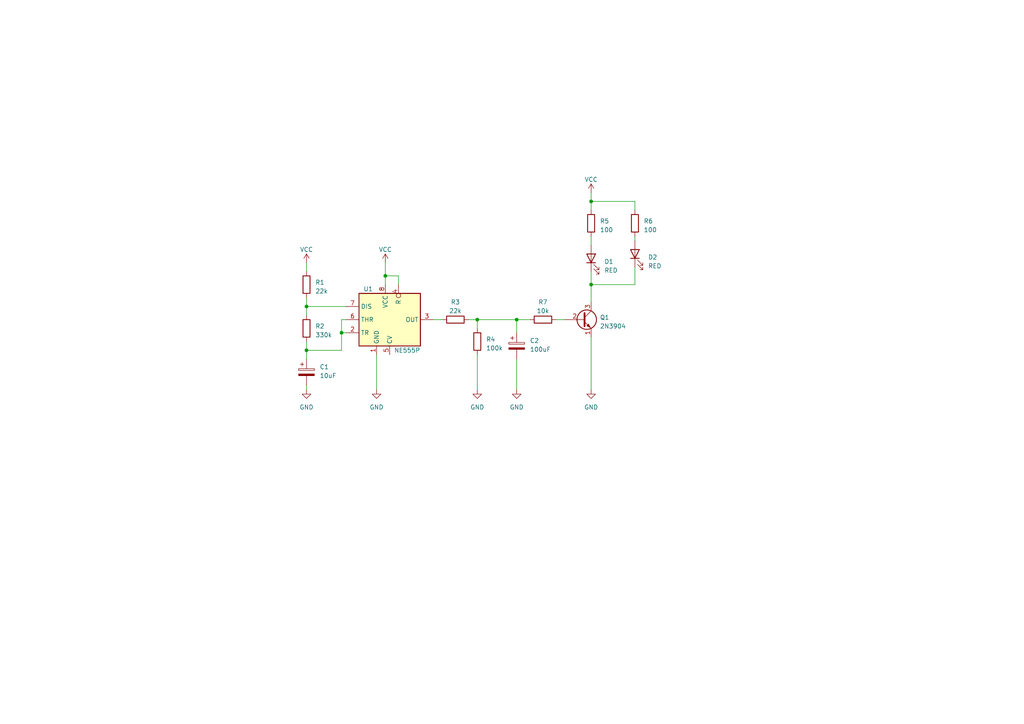
<source format=kicad_sch>
(kicad_sch (version 20230121) (generator eeschema)
  (paper "A4")
  (title_block (title "Project by digiKey") (date "2023-06-13") (rev "V1") (comment 2 "creativecommons.org/licenses/by/4.0/") (comment 3 "License: CC by 4.0") (comment 4 "Author: Felipe Machado"))
  (lib_symbols
    (symbol "Device:C_Polarized" (pin_numbers hide) (pin_names (offset 0.254))
      (property "Reference" "C" (at 0.635 2.54 0))
      (property "Value" "C_Polarized" (at 0.635 -2.54 0))
      (symbol "C_Polarized_0_1"
        (rectangle (start -2.286 0.508) (end 2.286 1.016))
        (polyline (pts (xy -1.778 2.286) (xy -0.762 2.286)))
        (polyline (pts (xy -1.27 2.794) (xy -1.27 1.778)))
        (rectangle (start 2.286 -0.508) (end -2.286 -1.016) (fill (type outline)))
      )
      (symbol "C_Polarized_1_1"
        (pin passive line (at 0 3.81 270) (length 2.794) (name "~") (number "1"))
        (pin passive line (at 0 -3.81 90) (length 2.794) (name "~") (number "2"))
      )
    )
    (symbol "Device:LED" (pin_numbers hide) (pin_names (offset 1.016) hide)
      (property "Reference" "D" (at 0 2.54 0))
      (property "Value" "LED" (at 0 -2.54 0))
      (symbol "LED_0_1"
        (polyline (pts (xy -1.27 -1.27) (xy -1.27 1.27)) (stroke (width 0.254)))
        (polyline (pts (xy -1.27 0) (xy 1.27 0)))
        (polyline (pts (xy 1.27 -1.27) (xy 1.27 1.27) (xy -1.27 0) (xy 1.27 -1.27)) (stroke (width 0.254)))
        (polyline (pts (xy -3.048 -0.762) (xy -4.572 -2.286) (xy -3.81 -2.286) (xy -4.572 -2.286) (xy -4.572 -1.524)))
        (polyline (pts (xy -1.778 -0.762) (xy -3.302 -2.286) (xy -2.54 -2.286) (xy -3.302 -2.286) (xy -3.302 -1.524)))
      )
      (symbol "LED_1_1"
        (pin passive line (at -3.81 0 0) (length 2.54) (name "K") (number "1"))
        (pin passive line (at 3.81 0 180) (length 2.54) (name "A") (number "2"))
      )
    )
    (symbol "Device:R" (pin_numbers hide) (pin_names (offset 0))
      (property "Reference" "R" (at 2.032 0 90))
      (property "Value" "R" (at 0 0 90))
      (symbol "R_0_1"
        (rectangle (start -1.016 -2.54) (end 1.016 2.54) (stroke (width 0.254)))
      )
      (symbol "R_1_1"
        (pin passive line (at 0 3.81 270) (length 1.27) (name "~") (number "1"))
        (pin passive line (at 0 -3.81 90) (length 1.27) (name "~") (number "2"))
      )
    )
    (symbol "Timer:NE555P"
      (property "Reference" "U1" (at -7.62 8.89 0))
      (property "Value" "NE555P" (at 1.27 -8.89 0))
      (symbol "NE555P_0_0"
        (pin power_in line (at -1.27 10.16 270) (length 2.54) (name "VCC") (number "8"))
      )
      (symbol "NE555P_0_1"
        (rectangle (start -8.89 -7.62) (end 8.89 7.62) (stroke (width 0.254)) (fill (type background)))
        (rectangle (start -8.89 7.62) (end 8.89 -7.62) (stroke (width 0.254)) (fill (type background)))
      )
      (symbol "NE555P_1_0"
        (pin power_in line (at -3.81 -10.16 90) (length 2.54) (name "GND") (number "1"))
      )
      (symbol "NE555P_1_1"
        (pin input line (at -12.7 -3.81 0) (length 3.81) (name "TR") (number "2"))
        (pin output line (at 12.7 0 180) (length 3.81) (name "OUT") (number "3"))
        (pin input inverted (at 2.54 10.16 270) (length 3.81) (name "R") (number "4"))
        (pin input line (at 0 -10.16 90) (length 2.54) (name "CV") (number "5"))
        (pin input line (at -12.7 0 0) (length 3.81) (name "THR") (number "6"))
        (pin input line (at -12.7 3.81 0) (length 3.81) (name "DIS") (number "7"))
      )
    )
    (symbol "Transistor_BJT:2N3904" (pin_names (offset 0) hide)
      (property "Reference" "Q" (at 5.08 1.905 0))
      (property "Value" "2N3904" (at 5.08 0 0))
      (symbol "2N3904_0_1"
        (polyline (pts (xy 0.635 0.635) (xy 2.54 2.54)))
        (polyline (pts (xy 0.635 -0.635) (xy 2.54 -2.54) (xy 2.54 -2.54)))
        (polyline (pts (xy 0.635 1.905) (xy 0.635 -1.905) (xy 0.635 -1.905)) (stroke (width 0.508)))
        (polyline (pts (xy 1.27 -1.778) (xy 1.778 -1.27) (xy 2.286 -2.286) (xy 1.27 -1.778) (xy 1.27 -1.778)) (fill (type outline)))
        (circle (center 1.27 0) (radius 2.8194) (stroke (width 0.254)))
      )
      (symbol "2N3904_1_1"
        (pin passive line (at 2.54 -5.08 90) (length 2.54) (name "E") (number "1"))
        (pin passive line (at -5.08 0 0) (length 5.715) (name "B") (number "2"))
        (pin passive line (at 2.54 5.08 270) (length 2.54) (name "C") (number "3"))
      )
    )
    (symbol "power:GND" (power) (pin_names (offset 0))
      (property "Value" "GND" (at 0 -3.81 0))
      (symbol "GND_0_1"
        (polyline (pts (xy 0 0) (xy 0 -1.27) (xy 1.27 -1.27) (xy 0 -2.54) (xy -1.27 -1.27) (xy 0 -1.27)))
      )
      (symbol "GND_1_1"
        (pin power_in line (at 0 0 270) (length 0) hide (name "GND") (number "1"))
      )
    )
    (symbol "power:VCC" (power) (pin_names (offset 0))
      (property "Value" "VCC" (at 0 3.81 0))
      (symbol "VCC_0_1"
        (polyline (pts (xy -0.762 1.27) (xy 0 2.54)))
        (polyline (pts (xy 0 0) (xy 0 2.54)))
        (polyline (pts (xy 0 2.54) (xy 0.762 1.27)))
      )
      (symbol "VCC_1_1"
        (pin power_in line (at 0 0 90) (length 0) hide (name "VCC") (number "1"))
      )
    )
  )
  (junction (at 171.45 58.42))
  (junction (at 138.43 92.71))
  (junction (at 88.9 88.9))
  (junction (at 149.86 92.71))
  (junction (at 111.76 80.01))
  (junction (at 99.06 96.52))
  (junction (at 171.45 82.55))
  (junction (at 88.9 101.6))
  (wire (pts (xy 138.43 95.25) (xy 138.43 92.71)))
  (wire (pts (xy 171.45 71.12) (xy 171.45 68.58)))
  (wire (pts (xy 171.45 58.42) (xy 171.45 60.96)))
  (wire (pts (xy 115.57 80.01) (xy 115.57 82.55)))
  (wire (pts (xy 111.76 80.01) (xy 111.76 82.55)))
  (wire (pts (xy 99.06 96.52) (xy 99.06 101.6)))
  (wire (pts (xy 138.43 102.87) (xy 138.43 113.03)))
  (wire (pts (xy 171.45 58.42) (xy 184.15 58.42)))
  (wire (pts (xy 111.76 76.2) (xy 111.76 80.01)))
  (wire (pts (xy 88.9 76.2) (xy 88.9 78.74)))
  (wire (pts (xy 171.45 82.55) (xy 171.45 87.63)))
  (wire (pts (xy 149.86 96.52) (xy 149.86 92.71)))
  (wire (pts (xy 99.06 96.52) (xy 100.33 96.52)))
  (wire (pts (xy 171.45 55.88) (xy 171.45 58.42)))
  (wire (pts (xy 184.15 82.55) (xy 171.45 82.55)))
  (wire (pts (xy 149.86 92.71) (xy 153.67 92.71)))
  (wire (pts (xy 88.9 86.36) (xy 88.9 88.9)))
  (wire (pts (xy 138.43 92.71) (xy 135.89 92.71)))
  (wire (pts (xy 171.45 82.55) (xy 171.45 78.74)))
  (wire (pts (xy 138.43 92.71) (xy 149.86 92.71)))
  (wire (pts (xy 128.27 92.71) (xy 125.73 92.71)))
  (wire (pts (xy 109.22 113.03) (xy 109.22 102.87)))
  (wire (pts (xy 184.15 77.47) (xy 184.15 82.55)))
  (wire (pts (xy 184.15 69.85) (xy 184.15 68.58)))
  (wire (pts (xy 88.9 99.06) (xy 88.9 101.6)))
  (wire (pts (xy 88.9 113.03) (xy 88.9 111.76)))
  (wire (pts (xy 149.86 104.14) (xy 149.86 113.03)))
  (wire (pts (xy 99.06 92.71) (xy 99.06 96.52)))
  (wire (pts (xy 184.15 60.96) (xy 184.15 58.42)))
  (wire (pts (xy 88.9 88.9) (xy 88.9 91.44)))
  (wire (pts (xy 171.45 97.79) (xy 171.45 113.03)))
  (wire (pts (xy 100.33 92.71) (xy 99.06 92.71)))
  (wire (pts (xy 111.76 80.01) (xy 115.57 80.01)))
  (wire (pts (xy 88.9 101.6) (xy 88.9 104.14)))
  (wire (pts (xy 99.06 101.6) (xy 88.9 101.6)))
  (wire (pts (xy 163.83 92.71) (xy 161.29 92.71)))
  (wire (pts (xy 88.9 88.9) (xy 100.33 88.9)))
  (symbol (lib_id "Transistor_BJT:2N3904") (at 168.91 92.71 0) (unit 1)
    (property "Reference" "Q1" (at 173.99 92.075 0) (effects (justify left)))
    (property "Value" "2N3904" (at 173.99 94.615 0) (effects (justify left)))
    (property "Footprint" "Package_TO_SOT_THT:TO-92_Inline" (effects hide))
    (property "Datasheet" "https://www.onsemi.com/pub/Collateral/2N3903-D.PDF" (effects hide))
  )
  (symbol (lib_id "Device:R") (at 138.43 99.06 0) (unit 1)
    (property "Reference" "R4" (at 140.97 98.425 0) (effects (justify left)))
    (property "Value" "100k" (at 140.97 100.965 0) (effects (justify left)))
    (property "Footprint" "Resistor_THT:R_Axial_DIN0207_L6.3mm_D2.5mm_P7.62mm_Horizontal" (effects hide))
  )
  (symbol (lib_id "power:GND") (at 149.86 113.03 0) (unit 1)
    (property "Reference" "#PWR03" (effects hide))
    (property "Value" "GND" (at 149.86 118.11 0))
  )
  (symbol (lib_id "Timer:NE555P") (at 113.03 92.71 0) (unit 1)
    (property "Reference" "U1" (at 105.41 83.82 0) (effects (justify left)))
    (property "Value" "NE555P" (at 114.3 101.6 0) (effects (justify left)))
    (property "Footprint" "Package_DIP:DIP-8_W7.62mm" (effects hide))
    (property "Datasheet" "http://www.ti.com/lit/ds/symlink/ne555.pdf" (effects hide))
  )
  (symbol (lib_id "Device:LED") (at 171.45 74.93 90) (unit 1)
    (property "Reference" "D1" (at 175.26 75.8825 90) (effects (justify right)))
    (property "Value" "RED" (at 175.26 78.4225 90) (effects (justify right)))
    (property "Footprint" "LED_THT:LED_D3.0mm" (effects hide))
  )
  (symbol (lib_id "Device:LED") (at 184.15 73.66 90) (unit 1)
    (property "Reference" "D2" (at 187.96 74.6125 90) (effects (justify right)))
    (property "Value" "RED" (at 187.96 77.1525 90) (effects (justify right)))
    (property "Footprint" "LED_THT:LED_D3.0mm" (effects hide))
  )
  (symbol (lib_id "Device:R") (at 88.9 95.25 0) (unit 1)
    (property "Reference" "R2" (at 91.44 94.615 0) (effects (justify left)))
    (property "Value" "330k" (at 91.44 97.155 0) (effects (justify left)))
    (property "Footprint" "Resistor_THT:R_Axial_DIN0207_L6.3mm_D2.5mm_P7.62mm_Horizontal" (effects hide))
  )
  (symbol (lib_id "Device:R") (at 184.15 64.77 0) (unit 1)
    (property "Reference" "R6" (at 186.69 64.135 0) (effects (justify left)))
    (property "Value" "100" (at 186.69 66.675 0) (effects (justify left)))
    (property "Footprint" "Resistor_THT:R_Axial_DIN0207_L6.3mm_D2.5mm_P7.62mm_Horizontal" (effects hide))
  )
  (symbol (lib_id "power:GND") (at 88.9 113.03 0) (unit 1)
    (property "Reference" "#PWR01" (effects hide))
    (property "Value" "GND" (at 88.9 118.11 0))
  )
  (symbol (lib_id "power:VCC") (at 88.9 76.2 0) (unit 1)
    (property "Reference" "#PWR02" (effects hide))
    (property "Value" "VCC" (at 88.9 72.39 0))
  )
  (symbol (lib_id "power:VCC") (at 171.45 55.88 0) (unit 1)
    (property "Reference" "#PWR012" (effects hide))
    (property "Value" "VCC" (at 171.45 52.07 0))
  )
  (symbol (lib_id "power:GND") (at 171.45 113.03 0) (unit 1)
    (property "Reference" "#PWR06" (effects hide))
    (property "Value" "GND" (at 171.45 118.11 0))
  )
  (symbol (lib_id "Device:R") (at 132.08 92.71 90) (unit 1)
    (property "Reference" "R3" (at 132.08 87.63 90))
    (property "Value" "22k" (at 132.08 90.17 90))
    (property "Footprint" "Resistor_THT:R_Axial_DIN0207_L6.3mm_D2.5mm_P7.62mm_Horizontal" (effects hide))
  )
  (symbol (lib_id "Device:R") (at 88.9 82.55 0) (unit 1)
    (property "Reference" "R1" (at 91.44 81.915 0) (effects (justify left)))
    (property "Value" "22k" (at 91.44 84.455 0) (effects (justify left)))
    (property "Footprint" "Resistor_THT:R_Axial_DIN0207_L6.3mm_D2.5mm_P7.62mm_Horizontal" (effects hide))
  )
  (symbol (lib_id "power:VCC") (at 111.76 76.2 0) (unit 1)
    (property "Reference" "#PWR09" (effects hide))
    (property "Value" "VCC" (at 111.76 72.39 0))
  )
  (symbol (lib_id "Device:R") (at 171.45 64.77 0) (unit 1)
    (property "Reference" "R5" (at 173.99 64.135 0) (effects (justify left)))
    (property "Value" "100" (at 173.99 66.675 0) (effects (justify left)))
    (property "Footprint" "Resistor_THT:R_Axial_DIN0207_L6.3mm_D2.5mm_P7.62mm_Horizontal" (effects hide))
  )
  (symbol (lib_id "Device:R") (at 157.48 92.71 90) (unit 1)
    (property "Reference" "R7" (at 157.48 87.63 90))
    (property "Value" "10k" (at 157.48 90.17 90))
    (property "Footprint" "Resistor_THT:R_Axial_DIN0207_L6.3mm_D2.5mm_P7.62mm_Horizontal" (effects hide))
  )
  (symbol (lib_id "Device:C_Polarized") (at 88.9 107.95 0) (unit 1)
    (property "Reference" "C1" (at 92.71 106.426 0) (effects (justify left)))
    (property "Value" "10uF" (at 92.71 108.966 0) (effects (justify left)))
    (property "Footprint" "Capacitor_THT:CP_Radial_D5.0mm_P2.00mm" (effects hide))
  )
  (symbol (lib_id "power:GND") (at 138.43 113.03 0) (unit 1)
    (property "Reference" "#PWR08" (effects hide))
    (property "Value" "GND" (at 138.43 118.11 0))
  )
  (symbol (lib_id "Device:C_Polarized") (at 149.86 100.33 0) (unit 1)
    (property "Reference" "C2" (at 153.67 98.806 0) (effects (justify left)))
    (property "Value" "100uF" (at 153.67 101.346 0) (effects (justify left)))
    (property "Footprint" "Capacitor_THT:CP_Radial_D6.3mm_P2.50mm" (effects hide))
  )
  (symbol (lib_id "power:GND") (at 109.22 113.03 0) (unit 1)
    (property "Reference" "#PWR07" (effects hide))
    (property "Value" "GND" (at 109.22 118.11 0))
  )
)
</source>
